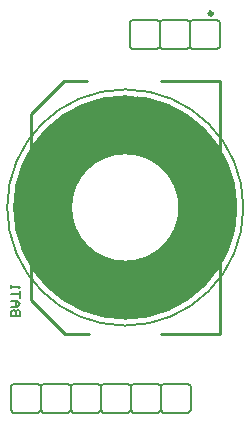
<source format=gbo>
G04*
G04 #@! TF.GenerationSoftware,Altium Limited,Altium Designer,18.1.7 (191)*
G04*
G04 Layer_Color=32896*
%FSLAX24Y24*%
%MOIN*%
G70*
G01*
G75*
%ADD10C,0.0100*%
%ADD12C,0.0079*%
%ADD48C,0.0118*%
%ADD72C,0.1969*%
D10*
X71545Y25915D02*
X73514D01*
X68317D02*
X69104D01*
X71545Y17490D02*
X73514D01*
X68356D02*
X69144D01*
X67215Y24656D02*
X67215Y24656D01*
X67215Y18632D02*
Y24813D01*
X67215Y18632D02*
X68356Y17490D01*
X67215Y24813D02*
X68317Y25915D01*
X73514Y17490D02*
Y25915D01*
D12*
X74301Y21703D02*
G03*
X74301Y21703I-3937J0D01*
G01*
X73433Y27953D02*
X73512Y27874D01*
X70512Y27067D02*
Y27874D01*
X71433Y26988D02*
X71512Y27067D01*
X70591Y26988D02*
X71433D01*
X70591Y27953D02*
X71433D01*
X71512Y27874D01*
X72433Y27953D02*
X72512Y27874D01*
X71591Y27953D02*
X72433D01*
X71512Y27874D02*
X71591Y27953D01*
X71512Y27067D02*
Y27874D01*
Y27067D02*
X71591Y26988D01*
X72433D01*
X72512Y27067D01*
Y27874D01*
X73512Y27067D02*
Y27874D01*
X73433Y26988D02*
X73512Y27067D01*
X72591Y26988D02*
X73433D01*
X72512Y27067D02*
X72591Y26988D01*
X72512Y27874D02*
X72591Y27953D01*
X73433D01*
X73512Y27874D01*
X70512Y27067D02*
X70591Y26988D01*
X70512Y27874D02*
X70591Y27953D01*
X69549Y14941D02*
X69628Y14862D01*
X72549Y14941D02*
Y15748D01*
X71549D02*
X71628Y15827D01*
X72470D01*
X71628Y14862D02*
X72470D01*
X71549Y14941D02*
X71628Y14862D01*
X70549Y14941D02*
X70628Y14862D01*
X71470D01*
X71549Y14941D01*
Y15748D01*
X71470Y15827D02*
X71549Y15748D01*
X70628Y15827D02*
X71470D01*
X70549Y15748D02*
X70628Y15827D01*
X70549Y14941D02*
Y15748D01*
X69549Y14941D02*
Y15748D01*
X69628Y15827D01*
X70470D01*
X70549Y15748D01*
X70470Y14862D02*
X70549Y14941D01*
X69628Y14862D02*
X70470D01*
X69549Y14941D02*
X69628Y14862D01*
X72470Y15827D02*
X72549Y15748D01*
X72470Y14862D02*
X72549Y14941D01*
X66547D02*
X66626Y14862D01*
X69547Y14941D02*
Y15748D01*
X68547D02*
X68626Y15827D01*
X69468D01*
X68626Y14862D02*
X69468D01*
X68547Y14941D02*
X68626Y14862D01*
X67547Y14941D02*
X67626Y14862D01*
X68468D01*
X68547Y14941D01*
Y15748D01*
X68468Y15827D02*
X68547Y15748D01*
X67626Y15827D02*
X68468D01*
X67547Y15748D02*
X67626Y15827D01*
X67547Y14941D02*
Y15748D01*
X66547Y14941D02*
Y15748D01*
X66626Y15827D01*
X67469D01*
X67547Y15748D01*
X67469Y14862D02*
X67547Y14941D01*
X66626Y14862D02*
X67469D01*
X66547Y14941D02*
X66626Y14862D01*
X69468Y15827D02*
X69547Y15748D01*
X69468Y14862D02*
X69547Y14941D01*
X66870Y18069D02*
X66555D01*
Y18227D01*
X66608Y18279D01*
X66660D01*
X66713Y18227D01*
Y18069D01*
Y18227D01*
X66765Y18279D01*
X66817D01*
X66870Y18227D01*
Y18069D01*
X66555Y18384D02*
X66765D01*
X66870Y18489D01*
X66765Y18594D01*
X66555D01*
X66713D01*
Y18384D01*
X66870Y18699D02*
Y18909D01*
Y18804D01*
X66555D01*
Y19014D02*
Y19119D01*
Y19067D01*
X66870D01*
X66817Y19014D01*
D48*
X73271Y28170D02*
G03*
X73271Y28170I-59J0D01*
G01*
D72*
X73120Y21703D02*
G03*
X73120Y21703I-2756J0D01*
G01*
M02*

</source>
